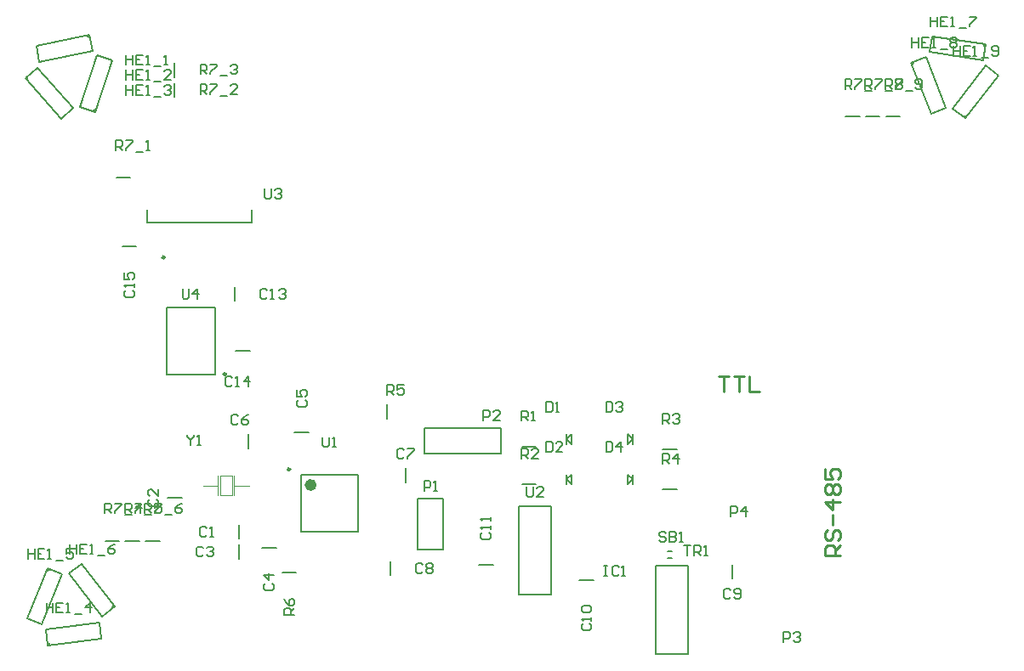
<source format=gto>
G04 Layer_Color=65535*
%FSLAX44Y44*%
%MOMM*%
G71*
G01*
G75*
%ADD24C,0.2000*%
%ADD36C,0.2500*%
%ADD37C,0.6000*%
%ADD38C,0.1000*%
%ADD39C,0.2540*%
D24*
X656000Y116500D02*
X660000D01*
X656000Y109500D02*
X660000D01*
X873000Y550000D02*
X887000D01*
X853000D02*
X867000D01*
X833000D02*
X847000D01*
X136000Y127000D02*
X150000D01*
X116000D02*
X130000D01*
X96000D02*
X110000D01*
X107000Y489000D02*
X121000D01*
X651000Y178000D02*
X665000D01*
X651000Y218000D02*
X665000D01*
X511000Y183000D02*
X525000D01*
X511000Y221000D02*
X525000D01*
X621000Y183000D02*
Y193000D01*
X616000Y183000D02*
Y193000D01*
Y183000D02*
X621000Y188000D01*
X616000Y193000D02*
X621000Y188000D01*
Y223000D02*
Y233000D01*
X616000Y223000D02*
Y233000D01*
Y223000D02*
X621000Y228000D01*
X616000Y233000D02*
X621000Y228000D01*
X555000Y183000D02*
Y193000D01*
X560000Y183000D02*
Y193000D01*
X555000Y188000D02*
X560000Y193000D01*
X555000Y188000D02*
X560000Y183000D01*
X555000Y223000D02*
Y233000D01*
X560000Y223000D02*
Y233000D01*
X555000Y228000D02*
X560000Y233000D01*
X555000Y228000D02*
X560000Y223000D01*
X158000Y170000D02*
X172000D01*
X229000Y109000D02*
Y123000D01*
X252000Y120000D02*
X266000D01*
X284500Y235000D02*
X298500D01*
X238000Y219000D02*
Y233000D01*
X395000Y185000D02*
Y199000D01*
X80136Y630939D02*
X83345Y615264D01*
X27233Y620110D02*
X80136Y630939D01*
X27233Y620110D02*
X30442Y604435D01*
X83345Y615264D01*
X77737Y630192D02*
X80393Y628439D01*
X18312Y586110D02*
X18501Y589286D01*
X28434Y598433D02*
X64272Y558040D01*
X52304Y547421D02*
X64272Y558040D01*
X16466Y587814D02*
X52304Y547421D01*
X16466Y587814D02*
X28434Y598433D01*
X70445Y559315D02*
X85620Y554243D01*
X102739Y605457D01*
X87564Y610529D02*
X102739Y605457D01*
X70445Y559315D02*
X87564Y610529D01*
X83328Y555272D02*
X86175Y556693D01*
X38581Y25001D02*
X41109Y23070D01*
X36542Y38349D02*
X90065Y45511D01*
X92188Y29653D01*
X38665Y22490D02*
X92188Y29653D01*
X36542Y38349D02*
X38665Y22490D01*
X38439Y99382D02*
X53235Y93292D01*
X17886Y49446D02*
X38439Y99382D01*
X17886Y49446D02*
X32682Y43356D01*
X53235Y93292D01*
X37719Y96974D02*
X40656Y98199D01*
X103012Y59802D02*
X103420Y62958D01*
X59504Y94130D02*
X92473Y51362D01*
X59504Y94130D02*
X72176Y103898D01*
X105145Y61131D01*
X92473Y51362D02*
X105145Y61131D01*
X970217Y606192D02*
X972499Y622029D01*
X919052Y629731D02*
X972499Y622029D01*
X916769Y613894D02*
X919052Y629731D01*
X916769Y613894D02*
X970217Y606192D01*
X969989Y622138D02*
X971896Y619590D01*
X899159Y600749D02*
X900412Y603674D01*
X912853Y608923D02*
X932918Y558789D01*
X918064Y552844D02*
X932918Y558789D01*
X897998Y602977D02*
X918064Y552844D01*
X897998Y602977D02*
X912853Y608923D01*
X939172Y557887D02*
X951744Y547991D01*
X985143Y590424D01*
X972570Y600319D02*
X985143Y590424D01*
X939172Y557887D02*
X972570Y600319D01*
X949934Y549733D02*
X953094Y550110D01*
X407300Y117900D02*
Y168700D01*
Y117900D02*
X432700D01*
Y168700D01*
X407300D02*
X432700D01*
X413500Y213800D02*
Y239200D01*
X489700D01*
Y213800D02*
Y239200D01*
X413500Y213800D02*
X489700D01*
X379750Y92500D02*
Y106500D01*
X568000Y88000D02*
X582000D01*
X272000Y95000D02*
X286000D01*
X468000Y103000D02*
X482000D01*
X376750Y248750D02*
Y262750D01*
X720000Y89000D02*
Y103000D01*
X643750Y14000D02*
Y102000D01*
X675750Y14000D02*
Y102000D01*
X643750D02*
X675750D01*
X643750Y14000D02*
X675750D01*
X229000Y129000D02*
Y143000D01*
X290500Y135500D02*
Y192500D01*
X347500Y135500D02*
Y192500D01*
X290500D02*
X347500D01*
X290500Y135500D02*
X347500D01*
X225000Y366000D02*
Y380000D01*
X226000Y316000D02*
X240000D01*
X113000Y420000D02*
X127000D01*
X205750Y292500D02*
Y359500D01*
X156750Y292500D02*
Y359500D01*
Y292500D02*
X205750D01*
X156750Y359500D02*
X205750D01*
X138000Y444000D02*
X242000D01*
Y457000D01*
X138000Y444000D02*
Y457000D01*
X539750Y72900D02*
Y160900D01*
X507750Y72900D02*
Y160900D01*
Y72900D02*
X539750D01*
X507750Y160900D02*
X539750D01*
X165000Y569000D02*
Y583000D01*
Y589000D02*
Y603000D01*
X654212Y134397D02*
X652546Y136063D01*
X649214D01*
X647548Y134397D01*
Y132731D01*
X649214Y131064D01*
X652546D01*
X654212Y129398D01*
Y127732D01*
X652546Y126066D01*
X649214D01*
X647548Y127732D01*
X657545Y136063D02*
Y126066D01*
X662543D01*
X664209Y127732D01*
Y129398D01*
X662543Y131064D01*
X657545D01*
X662543D01*
X664209Y132731D01*
Y134397D01*
X662543Y136063D01*
X657545D01*
X667542Y126066D02*
X670874D01*
X669208D01*
Y136063D01*
X667542Y134397D01*
X872592Y577170D02*
Y587167D01*
X877590D01*
X879257Y585501D01*
Y582168D01*
X877590Y580502D01*
X872592D01*
X875924D02*
X879257Y577170D01*
X882589Y587167D02*
X889253D01*
Y585501D01*
X882589Y578836D01*
Y577170D01*
X892586Y575504D02*
X899250D01*
X902582Y578836D02*
X904249Y577170D01*
X907581D01*
X909247Y578836D01*
Y585501D01*
X907581Y587167D01*
X904249D01*
X902582Y585501D01*
Y583834D01*
X904249Y582168D01*
X909247D01*
X852526Y577170D02*
Y587167D01*
X857524D01*
X859191Y585501D01*
Y582168D01*
X857524Y580502D01*
X852526D01*
X855858D02*
X859191Y577170D01*
X862523Y587167D02*
X869187D01*
Y585501D01*
X862523Y578836D01*
Y577170D01*
X872520Y575504D02*
X879184D01*
X882516Y585501D02*
X884183Y587167D01*
X887515D01*
X889181Y585501D01*
Y583834D01*
X887515Y582168D01*
X889181Y580502D01*
Y578836D01*
X887515Y577170D01*
X884183D01*
X882516Y578836D01*
Y580502D01*
X884183Y582168D01*
X882516Y583834D01*
Y585501D01*
X884183Y582168D02*
X887515D01*
X832460Y577170D02*
Y587167D01*
X837458D01*
X839125Y585501D01*
Y582168D01*
X837458Y580502D01*
X832460D01*
X835792D02*
X839125Y577170D01*
X842457Y587167D02*
X849121D01*
Y585501D01*
X842457Y578836D01*
Y577170D01*
X852454Y575504D02*
X859118D01*
X862450Y587167D02*
X869115D01*
Y585501D01*
X862450Y578836D01*
Y577170D01*
X135484Y154260D02*
Y164257D01*
X140482D01*
X142149Y162591D01*
Y159258D01*
X140482Y157592D01*
X135484D01*
X138816D02*
X142149Y154260D01*
X145481Y164257D02*
X152145D01*
Y162591D01*
X145481Y155926D01*
Y154260D01*
X155478Y152594D02*
X162142D01*
X172139Y164257D02*
X168807Y162591D01*
X165474Y159258D01*
Y155926D01*
X167141Y154260D01*
X170473D01*
X172139Y155926D01*
Y157592D01*
X170473Y159258D01*
X165474D01*
X115418Y154260D02*
Y164257D01*
X120416D01*
X122083Y162591D01*
Y159258D01*
X120416Y157592D01*
X115418D01*
X118750D02*
X122083Y154260D01*
X125415Y164257D02*
X132079D01*
Y162591D01*
X125415Y155926D01*
Y154260D01*
X135412Y152594D02*
X142076D01*
X152073Y164257D02*
X145408D01*
Y159258D01*
X148741Y160924D01*
X150407D01*
X152073Y159258D01*
Y155926D01*
X150407Y154260D01*
X147074D01*
X145408Y155926D01*
X95606Y154260D02*
Y164257D01*
X100604D01*
X102270Y162591D01*
Y159258D01*
X100604Y157592D01*
X95606D01*
X98938D02*
X102270Y154260D01*
X105603Y164257D02*
X112267D01*
Y162591D01*
X105603Y155926D01*
Y154260D01*
X115600Y152594D02*
X122264D01*
X130595Y154260D02*
Y164257D01*
X125596Y159258D01*
X132261D01*
X190602Y591902D02*
Y601899D01*
X195600D01*
X197267Y600233D01*
Y596900D01*
X195600Y595234D01*
X190602D01*
X193934D02*
X197267Y591902D01*
X200599Y601899D02*
X207263D01*
Y600233D01*
X200599Y593568D01*
Y591902D01*
X210596Y590236D02*
X217260D01*
X220592Y600233D02*
X222258Y601899D01*
X225591D01*
X227257Y600233D01*
Y598567D01*
X225591Y596900D01*
X223925D01*
X225591D01*
X227257Y595234D01*
Y593568D01*
X225591Y591902D01*
X222258D01*
X220592Y593568D01*
X190602Y571836D02*
Y581833D01*
X195600D01*
X197267Y580167D01*
Y576834D01*
X195600Y575168D01*
X190602D01*
X193934D02*
X197267Y571836D01*
X200599Y581833D02*
X207263D01*
Y580167D01*
X200599Y573502D01*
Y571836D01*
X210596Y570170D02*
X217260D01*
X227257Y571836D02*
X220592D01*
X227257Y578501D01*
Y580167D01*
X225591Y581833D01*
X222258D01*
X220592Y580167D01*
X106528Y516210D02*
Y526207D01*
X111526D01*
X113193Y524541D01*
Y521208D01*
X111526Y519542D01*
X106528D01*
X109860D02*
X113193Y516210D01*
X116525Y526207D02*
X123189D01*
Y524541D01*
X116525Y517876D01*
Y516210D01*
X126522Y514544D02*
X133186D01*
X136518Y516210D02*
X139851D01*
X138184D01*
Y526207D01*
X136518Y524541D01*
X650596Y203536D02*
Y213533D01*
X655594D01*
X657261Y211867D01*
Y208534D01*
X655594Y206868D01*
X650596D01*
X653928D02*
X657261Y203536D01*
X665591D02*
Y213533D01*
X660593Y208534D01*
X667257D01*
X650596Y243668D02*
Y253665D01*
X655594D01*
X657261Y251999D01*
Y248666D01*
X655594Y247000D01*
X650596D01*
X653928D02*
X657261Y243668D01*
X660593Y251999D02*
X662259Y253665D01*
X665591D01*
X667257Y251999D01*
Y250333D01*
X665591Y248666D01*
X663925D01*
X665591D01*
X667257Y247000D01*
Y245334D01*
X665591Y243668D01*
X662259D01*
X660593Y245334D01*
X510388Y208616D02*
Y218613D01*
X515386D01*
X517052Y216947D01*
Y213614D01*
X515386Y211948D01*
X510388D01*
X513720D02*
X517052Y208616D01*
X527049D02*
X520385D01*
X527049Y215280D01*
Y216947D01*
X525383Y218613D01*
X522051D01*
X520385Y216947D01*
X510388Y246462D02*
Y256459D01*
X515386D01*
X517052Y254793D01*
Y251460D01*
X515386Y249794D01*
X510388D01*
X513720D02*
X517052Y246462D01*
X520385D02*
X523717D01*
X522051D01*
Y256459D01*
X520385Y254793D01*
X594462Y225471D02*
Y215474D01*
X599460D01*
X601127Y217140D01*
Y223805D01*
X599460Y225471D01*
X594462D01*
X609457Y215474D02*
Y225471D01*
X604459Y220472D01*
X611123D01*
X594462Y265603D02*
Y255606D01*
X599460D01*
X601127Y257272D01*
Y263937D01*
X599460Y265603D01*
X594462D01*
X604459Y263937D02*
X606125Y265603D01*
X609457D01*
X611123Y263937D01*
Y262271D01*
X609457Y260604D01*
X607791D01*
X609457D01*
X611123Y258938D01*
Y257272D01*
X609457Y255606D01*
X606125D01*
X604459Y257272D01*
X534518Y225471D02*
Y215474D01*
X539516D01*
X541183Y217140D01*
Y223805D01*
X539516Y225471D01*
X534518D01*
X551179Y215474D02*
X544515D01*
X551179Y222139D01*
Y223805D01*
X549513Y225471D01*
X546181D01*
X544515Y223805D01*
X534518Y265603D02*
Y255606D01*
X539516D01*
X541183Y257272D01*
Y263937D01*
X539516Y265603D01*
X534518D01*
X544515Y255606D02*
X547847D01*
X546181D01*
Y265603D01*
X544515Y263937D01*
X140107Y168291D02*
X138441Y166624D01*
Y163292D01*
X140107Y161626D01*
X146772D01*
X148438Y163292D01*
Y166624D01*
X146772Y168291D01*
X148438Y178287D02*
Y171623D01*
X141774Y178287D01*
X140107D01*
X138441Y176621D01*
Y173289D01*
X140107Y171623D01*
X193456Y119411D02*
X191790Y121077D01*
X188458D01*
X186792Y119411D01*
Y112746D01*
X188458Y111080D01*
X191790D01*
X193456Y112746D01*
X196789Y119411D02*
X198455Y121077D01*
X201787D01*
X203453Y119411D01*
Y117745D01*
X201787Y116078D01*
X200121D01*
X201787D01*
X203453Y114412D01*
Y112746D01*
X201787Y111080D01*
X198455D01*
X196789Y112746D01*
X255677Y84471D02*
X254011Y82804D01*
Y79472D01*
X255677Y77806D01*
X262342D01*
X264008Y79472D01*
Y82804D01*
X262342Y84471D01*
X264008Y92801D02*
X254011D01*
X259010Y87803D01*
Y94467D01*
X288189Y267351D02*
X286523Y265684D01*
Y262352D01*
X288189Y260686D01*
X294854D01*
X296520Y262352D01*
Y265684D01*
X294854Y267351D01*
X286523Y277347D02*
Y270683D01*
X291522D01*
X289855Y274015D01*
Y275681D01*
X291522Y277347D01*
X294854D01*
X296520Y275681D01*
Y272349D01*
X294854Y270683D01*
X228255Y250983D02*
X226588Y252649D01*
X223256D01*
X221590Y250983D01*
Y244318D01*
X223256Y242652D01*
X226588D01*
X228255Y244318D01*
X238251Y252649D02*
X234919Y250983D01*
X231587Y247650D01*
Y244318D01*
X233253Y242652D01*
X236585D01*
X238251Y244318D01*
Y245984D01*
X236585Y247650D01*
X231587D01*
X393354Y216947D02*
X391688Y218613D01*
X388356D01*
X386690Y216947D01*
Y210282D01*
X388356Y208616D01*
X391688D01*
X393354Y210282D01*
X396687Y218613D02*
X403351D01*
Y216947D01*
X396687Y210282D01*
Y208616D01*
X116500Y611247D02*
Y601250D01*
Y606248D01*
X123165D01*
Y611247D01*
Y601250D01*
X133161Y611247D02*
X126497D01*
Y601250D01*
X133161D01*
X126497Y606248D02*
X129829D01*
X136494Y601250D02*
X139826D01*
X138160D01*
Y611247D01*
X136494Y609581D01*
X144824Y599584D02*
X151489D01*
X154821Y601250D02*
X158153D01*
X156487D01*
Y611247D01*
X154821Y609581D01*
X116500Y596247D02*
Y586250D01*
Y591248D01*
X123165D01*
Y596247D01*
Y586250D01*
X133161Y596247D02*
X126497D01*
Y586250D01*
X133161D01*
X126497Y591248D02*
X129829D01*
X136494Y586250D02*
X139826D01*
X138160D01*
Y596247D01*
X136494Y594581D01*
X144824Y584584D02*
X151489D01*
X161486Y586250D02*
X154821D01*
X161486Y592915D01*
Y594581D01*
X159819Y596247D01*
X156487D01*
X154821Y594581D01*
X116500Y581247D02*
Y571250D01*
Y576248D01*
X123165D01*
Y581247D01*
Y571250D01*
X133161Y581247D02*
X126497D01*
Y571250D01*
X133161D01*
X126497Y576248D02*
X129829D01*
X136494Y571250D02*
X139826D01*
X138160D01*
Y581247D01*
X136494Y579581D01*
X144824Y569584D02*
X151489D01*
X154821Y579581D02*
X156487Y581247D01*
X159819D01*
X161486Y579581D01*
Y577915D01*
X159819Y576248D01*
X158153D01*
X159819D01*
X161486Y574582D01*
Y572916D01*
X159819Y571250D01*
X156487D01*
X154821Y572916D01*
X37440Y65197D02*
Y55200D01*
Y60198D01*
X44104D01*
Y65197D01*
Y55200D01*
X54101Y65197D02*
X47437D01*
Y55200D01*
X54101D01*
X47437Y60198D02*
X50769D01*
X57434Y55200D02*
X60766D01*
X59100D01*
Y65197D01*
X57434Y63531D01*
X65764Y53534D02*
X72429D01*
X80759Y55200D02*
Y65197D01*
X75761Y60198D01*
X82425D01*
X18898Y119045D02*
Y109048D01*
Y114046D01*
X25563D01*
Y119045D01*
Y109048D01*
X35559Y119045D02*
X28895D01*
Y109048D01*
X35559D01*
X28895Y114046D02*
X32227D01*
X38892Y109048D02*
X42224D01*
X40558D01*
Y119045D01*
X38892Y117379D01*
X47222Y107382D02*
X53887D01*
X63884Y119045D02*
X57219D01*
Y114046D01*
X60551Y115712D01*
X62217D01*
X63884Y114046D01*
Y110714D01*
X62217Y109048D01*
X58885D01*
X57219Y110714D01*
X60554Y123617D02*
Y113620D01*
Y118618D01*
X67218D01*
Y123617D01*
Y113620D01*
X77215Y123617D02*
X70551D01*
Y113620D01*
X77215D01*
X70551Y118618D02*
X73883D01*
X80548Y113620D02*
X83880D01*
X82214D01*
Y123617D01*
X80548Y121951D01*
X88878Y111954D02*
X95543D01*
X105540Y123617D02*
X102207Y121951D01*
X98875Y118618D01*
Y115286D01*
X100541Y113620D01*
X103873D01*
X105540Y115286D01*
Y116952D01*
X103873Y118618D01*
X98875D01*
X917804Y649397D02*
Y639400D01*
Y644398D01*
X924469D01*
Y649397D01*
Y639400D01*
X934465Y649397D02*
X927801D01*
Y639400D01*
X934465D01*
X927801Y644398D02*
X931133D01*
X937798Y639400D02*
X941130D01*
X939464D01*
Y649397D01*
X937798Y647731D01*
X946128Y637734D02*
X952793D01*
X956125Y649397D02*
X962790D01*
Y647731D01*
X956125Y641066D01*
Y639400D01*
X899008Y628569D02*
Y618572D01*
Y623570D01*
X905673D01*
Y628569D01*
Y618572D01*
X915669Y628569D02*
X909005D01*
Y618572D01*
X915669D01*
X909005Y623570D02*
X912337D01*
X919002Y618572D02*
X922334D01*
X920668D01*
Y628569D01*
X919002Y626903D01*
X927332Y616906D02*
X933997D01*
X937329Y626903D02*
X938995Y628569D01*
X942327D01*
X943994Y626903D01*
Y625237D01*
X942327Y623570D01*
X943994Y621904D01*
Y620238D01*
X942327Y618572D01*
X938995D01*
X937329Y620238D01*
Y621904D01*
X938995Y623570D01*
X937329Y625237D01*
Y626903D01*
X938995Y623570D02*
X942327D01*
X940156Y620187D02*
Y610190D01*
Y615188D01*
X946821D01*
Y620187D01*
Y610190D01*
X956817Y620187D02*
X950153D01*
Y610190D01*
X956817D01*
X950153Y615188D02*
X953485D01*
X960150Y610190D02*
X963482D01*
X961816D01*
Y620187D01*
X960150Y618521D01*
X968480Y608524D02*
X975145D01*
X978477Y611856D02*
X980143Y610190D01*
X983475D01*
X985142Y611856D01*
Y618521D01*
X983475Y620187D01*
X980143D01*
X978477Y618521D01*
Y616855D01*
X980143Y615188D01*
X985142D01*
X592176Y102281D02*
X595508D01*
X593842D01*
Y92284D01*
X592176D01*
X595508D01*
X607171Y100615D02*
X605505Y102281D01*
X602173D01*
X600507Y100615D01*
Y93950D01*
X602173Y92284D01*
X605505D01*
X607171Y93950D01*
X610503Y92284D02*
X613836D01*
X612170D01*
Y102281D01*
X610503Y100615D01*
X413360Y176866D02*
Y186863D01*
X418358D01*
X420024Y185197D01*
Y181864D01*
X418358Y180198D01*
X413360D01*
X423357Y176866D02*
X426689D01*
X425023D01*
Y186863D01*
X423357Y185197D01*
X472034Y247224D02*
Y257221D01*
X477032D01*
X478699Y255555D01*
Y252222D01*
X477032Y250556D01*
X472034D01*
X488695Y247224D02*
X482031D01*
X488695Y253888D01*
Y255555D01*
X487029Y257221D01*
X483697D01*
X482031Y255555D01*
X771246Y25990D02*
Y35987D01*
X776244D01*
X777911Y34321D01*
Y30988D01*
X776244Y29322D01*
X771246D01*
X781243Y34321D02*
X782909Y35987D01*
X786241D01*
X787907Y34321D01*
Y32655D01*
X786241Y30988D01*
X784575D01*
X786241D01*
X787907Y29322D01*
Y27656D01*
X786241Y25990D01*
X782909D01*
X781243Y27656D01*
X718414Y150958D02*
Y160955D01*
X723412D01*
X725079Y159289D01*
Y155956D01*
X723412Y154290D01*
X718414D01*
X733409Y150958D02*
Y160955D01*
X728411Y155956D01*
X735075D01*
X411897Y102901D02*
X410230Y104567D01*
X406898D01*
X405232Y102901D01*
Y96236D01*
X406898Y94570D01*
X410230D01*
X411897Y96236D01*
X415229Y102901D02*
X416895Y104567D01*
X420227D01*
X421893Y102901D01*
Y101235D01*
X420227Y99568D01*
X421893Y97902D01*
Y96236D01*
X420227Y94570D01*
X416895D01*
X415229Y96236D01*
Y97902D01*
X416895Y99568D01*
X415229Y101235D01*
Y102901D01*
X416895Y99568D02*
X420227D01*
X571653Y44085D02*
X569987Y42418D01*
Y39086D01*
X571653Y37420D01*
X578318D01*
X579984Y39086D01*
Y42418D01*
X578318Y44085D01*
X579984Y47417D02*
Y50749D01*
Y49083D01*
X569987D01*
X571653Y47417D01*
Y55747D02*
X569987Y57414D01*
Y60746D01*
X571653Y62412D01*
X578318D01*
X579984Y60746D01*
Y57414D01*
X578318Y55747D01*
X571653D01*
X284074Y52660D02*
X274077D01*
Y57658D01*
X275743Y59324D01*
X279076D01*
X280742Y57658D01*
Y52660D01*
Y55992D02*
X284074Y59324D01*
X274077Y69321D02*
X275743Y65989D01*
X279076Y62657D01*
X282408D01*
X284074Y64323D01*
Y67655D01*
X282408Y69321D01*
X280742D01*
X279076Y67655D01*
Y62657D01*
X471577Y135271D02*
X469911Y133604D01*
Y130272D01*
X471577Y128606D01*
X478242D01*
X479908Y130272D01*
Y133604D01*
X478242Y135271D01*
X479908Y138603D02*
Y141935D01*
Y140269D01*
X469911D01*
X471577Y138603D01*
X479908Y146933D02*
Y150266D01*
Y148600D01*
X469911D01*
X471577Y146933D01*
X376530Y272370D02*
Y282367D01*
X381528D01*
X383195Y280701D01*
Y277368D01*
X381528Y275702D01*
X376530D01*
X379862D02*
X383195Y272370D01*
X393191Y282367D02*
X386527D01*
Y277368D01*
X389859Y279035D01*
X391525D01*
X393191Y277368D01*
Y274036D01*
X391525Y272370D01*
X388193D01*
X386527Y274036D01*
X718221Y77755D02*
X716554Y79421D01*
X713222D01*
X711556Y77755D01*
Y71090D01*
X713222Y69424D01*
X716554D01*
X718221Y71090D01*
X721553D02*
X723219Y69424D01*
X726551D01*
X728217Y71090D01*
Y77755D01*
X726551Y79421D01*
X723219D01*
X721553Y77755D01*
Y76089D01*
X723219Y74422D01*
X728217D01*
X671932Y122093D02*
X678596D01*
X675264D01*
Y112096D01*
X681929D02*
Y122093D01*
X686927D01*
X688593Y120427D01*
Y117094D01*
X686927Y115428D01*
X681929D01*
X685261D02*
X688593Y112096D01*
X691926D02*
X695258D01*
X693592D01*
Y122093D01*
X691926Y120427D01*
X196758Y139223D02*
X195092Y140889D01*
X191760D01*
X190094Y139223D01*
Y132558D01*
X191760Y130892D01*
X195092D01*
X196758Y132558D01*
X200091Y130892D02*
X203423D01*
X201757D01*
Y140889D01*
X200091Y139223D01*
X312268Y230297D02*
Y221966D01*
X313934Y220300D01*
X317266D01*
X318932Y221966D01*
Y230297D01*
X322265Y220300D02*
X325597D01*
X323931D01*
Y230297D01*
X322265Y228631D01*
X177648Y232583D02*
Y230917D01*
X180980Y227584D01*
X184312Y230917D01*
Y232583D01*
X180980Y227584D02*
Y222586D01*
X187645D02*
X190977D01*
X189311D01*
Y232583D01*
X187645Y230917D01*
X257211Y376459D02*
X255544Y378125D01*
X252212D01*
X250546Y376459D01*
Y369794D01*
X252212Y368128D01*
X255544D01*
X257211Y369794D01*
X260543Y368128D02*
X263875D01*
X262209D01*
Y378125D01*
X260543Y376459D01*
X268873D02*
X270540Y378125D01*
X273872D01*
X275538Y376459D01*
Y374793D01*
X273872Y373126D01*
X272206D01*
X273872D01*
X275538Y371460D01*
Y369794D01*
X273872Y368128D01*
X270540D01*
X268873Y369794D01*
X222159Y288829D02*
X220492Y290495D01*
X217160D01*
X215494Y288829D01*
Y282164D01*
X217160Y280498D01*
X220492D01*
X222159Y282164D01*
X225491Y280498D02*
X228823D01*
X227157D01*
Y290495D01*
X225491Y288829D01*
X238820Y280498D02*
Y290495D01*
X233821Y285496D01*
X240486D01*
X116739Y376063D02*
X115073Y374396D01*
Y371064D01*
X116739Y369398D01*
X123404D01*
X125070Y371064D01*
Y374396D01*
X123404Y376063D01*
X125070Y379395D02*
Y382727D01*
Y381061D01*
X115073D01*
X116739Y379395D01*
X115073Y394390D02*
Y387725D01*
X120072D01*
X118406Y391058D01*
Y392724D01*
X120072Y394390D01*
X123404D01*
X125070Y392724D01*
Y389392D01*
X123404Y387725D01*
X172822Y377871D02*
Y369540D01*
X174488Y367874D01*
X177820D01*
X179487Y369540D01*
Y377871D01*
X187817Y367874D02*
Y377871D01*
X182819Y372872D01*
X189483D01*
X254610Y477947D02*
Y469616D01*
X256276Y467950D01*
X259608D01*
X261275Y469616D01*
Y477947D01*
X264607Y476281D02*
X266273Y477947D01*
X269605D01*
X271271Y476281D01*
Y474614D01*
X269605Y472948D01*
X267939D01*
X269605D01*
X271271Y471282D01*
Y469616D01*
X269605Y467950D01*
X266273D01*
X264607Y469616D01*
X515468Y181021D02*
Y172690D01*
X517134Y171024D01*
X520466D01*
X522132Y172690D01*
Y181021D01*
X532129Y171024D02*
X525465D01*
X532129Y177689D01*
Y179355D01*
X530463Y181021D01*
X527131D01*
X525465Y179355D01*
D36*
X280000Y198250D02*
G03*
X280000Y198250I-1250J0D01*
G01*
X216250Y293000D02*
G03*
X216250Y293000I-1250J0D01*
G01*
X155100Y409500D02*
G03*
X155100Y409500I-1250J0D01*
G01*
D37*
X303500Y182500D02*
G03*
X303500Y182500I-3000J0D01*
G01*
D38*
X193200Y182000D02*
X208200D01*
Y172000D02*
Y192000D01*
X210200D02*
X222200D01*
Y172000D02*
Y192000D01*
X210200Y172000D02*
X222200D01*
X210200D02*
Y192000D01*
X224200Y172000D02*
Y192000D01*
Y182000D02*
X239200D01*
Y182000D02*
Y182000D01*
D39*
X827380Y112350D02*
X812145D01*
Y119967D01*
X814684Y122507D01*
X819762D01*
X822302Y119967D01*
Y112350D01*
Y117428D02*
X827380Y122507D01*
X814684Y137742D02*
X812145Y135203D01*
Y130124D01*
X814684Y127585D01*
X817223D01*
X819762Y130124D01*
Y135203D01*
X822302Y137742D01*
X824841D01*
X827380Y135203D01*
Y130124D01*
X824841Y127585D01*
X819762Y142820D02*
Y152977D01*
X827380Y165673D02*
X812145D01*
X819762Y158055D01*
Y168212D01*
X814684Y173290D02*
X812145Y175830D01*
Y180908D01*
X814684Y183447D01*
X817223D01*
X819762Y180908D01*
X822302Y183447D01*
X824841D01*
X827380Y180908D01*
Y175830D01*
X824841Y173290D01*
X822302D01*
X819762Y175830D01*
X817223Y173290D01*
X814684D01*
X819762Y175830D02*
Y180908D01*
X812145Y198682D02*
Y188525D01*
X819762D01*
X817223Y193604D01*
Y196143D01*
X819762Y198682D01*
X824841D01*
X827380Y196143D01*
Y191064D01*
X824841Y188525D01*
X706476Y290907D02*
X716633D01*
X711554D01*
Y275672D01*
X721711Y290907D02*
X731868D01*
X726789D01*
Y275672D01*
X736946Y290907D02*
Y275672D01*
X747103D01*
M02*

</source>
